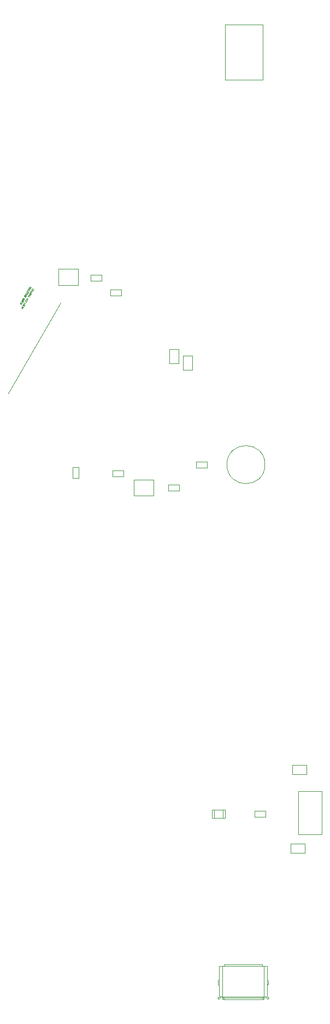
<source format=gbr>
%TF.GenerationSoftware,Altium Limited,Altium Designer,18.1.6 (161)*%
G04 Layer_Color=16711935*
%FSLAX26Y26*%
%MOIN*%
%TF.FileFunction,Other,Mechanical_13*%
%TF.Part,Single*%
G01*
G75*
%TA.AperFunction,NonConductor*%
%ADD34C,0.003937*%
%ADD58C,0.002000*%
D34*
X4790142Y5875000D02*
G03*
X4790142Y5875000I-116142J0D01*
G01*
X4509390Y2732467D02*
G03*
X4503484Y2724843I1968J-7624D01*
G01*
Y2705158D02*
G03*
X4509390Y2697534I7874J0D01*
G01*
X4810571Y2724843D02*
G03*
X4804666Y2732467I-7874J0D01*
G01*
X4792855Y2630170D02*
G03*
X4796982Y2621383I11417J0D01*
G01*
X4804666Y2697534D02*
G03*
X4810571Y2705158I-1968J7624D01*
G01*
X4517074Y2621383D02*
G03*
X4521201Y2630170I-7290J8787D01*
G01*
X4206457Y6578307D02*
X4263543D01*
X4206457Y6491693D02*
X4263543D01*
X4206457D02*
Y6578307D01*
X4263543Y6491693D02*
Y6578307D01*
X4290748Y6538307D02*
X4347835D01*
X4290748Y6451693D02*
X4347835D01*
X4290748D02*
Y6538307D01*
X4347835Y6451693D02*
Y6538307D01*
X4956693Y3986457D02*
Y4043543D01*
X5043307Y3986457D02*
Y4043543D01*
X4956693Y3986457D02*
X5043307D01*
X4956693Y4043543D02*
X5043307D01*
X3616299Y5791535D02*
X3653701D01*
X3616299Y5858465D02*
X3653701D01*
Y5791535D02*
Y5858465D01*
X3616299Y5791535D02*
Y5858465D01*
X3726535Y6996299D02*
Y7033701D01*
X3793465Y6996299D02*
Y7033701D01*
X3726535Y6996299D02*
X3793465D01*
X3726535Y7033701D02*
X3793465D01*
X3913465Y6906299D02*
Y6943701D01*
X3846535Y6906299D02*
Y6943701D01*
X3913465D01*
X3846535Y6906299D02*
X3913465D01*
X4548376Y8222953D02*
X4778298D01*
X4548376D02*
Y8557992D01*
X4778298Y8222953D02*
Y8557992D01*
X4548376D02*
X4778298D01*
X4499941Y2622515D02*
X4507483Y2613425D01*
X4783012Y2627569D02*
Y2630354D01*
X4499941Y2622515D02*
X4506001Y2627543D01*
X4538917Y2613425D02*
X4775138D01*
X4503484Y2705158D02*
Y2724843D01*
X4783012Y2618337D02*
Y2627569D01*
X4509390Y2630354D02*
Y2815394D01*
X4513542Y2618453D02*
X4517074Y2621383D01*
X4531043Y2627569D02*
Y2630354D01*
X4804666D02*
Y2815394D01*
X4509390Y2630354D02*
X4804666D01*
X4808054Y2627543D01*
X4810571Y2705158D02*
Y2724843D01*
X4531043Y2618337D02*
Y2627569D01*
X4800513Y2618453D02*
X4806573Y2613425D01*
X4538917Y2827205D02*
X4775138D01*
X4796982Y2621383D02*
X4800513Y2618453D01*
X4792855Y2630170D02*
Y2630354D01*
X4507483Y2613425D02*
X4513542Y2618453D01*
X4806573Y2613425D02*
X4814114Y2622515D01*
X4509390Y2815394D02*
X4804666D01*
X4775138Y2815394D02*
Y2827205D01*
X4521201Y2630170D02*
Y2630354D01*
X4538917Y2815394D02*
Y2827205D01*
X4538794Y2613426D02*
X4538917Y2613425D01*
X4538670Y2613428D02*
X4538794Y2613426D01*
X4538547Y2613431D02*
X4538670Y2613428D01*
X4538423Y2613435D02*
X4538547Y2613431D01*
X4538300Y2613441D02*
X4538423Y2613435D01*
X4538176Y2613447D02*
X4538300Y2613441D01*
X4538053Y2613455D02*
X4538176Y2613447D01*
X4537931Y2613464D02*
X4538053Y2613455D01*
X4537808Y2613474D02*
X4537931Y2613464D01*
X4537686Y2613486D02*
X4537808Y2613474D01*
X4537564Y2613499D02*
X4537686Y2613486D01*
X4537442Y2613512D02*
X4537564Y2613499D01*
X4537321Y2613527D02*
X4537442Y2613512D01*
X4537200Y2613544D02*
X4537321Y2613527D01*
X4537079Y2613561D02*
X4537200Y2613544D01*
X4536959Y2613580D02*
X4537079Y2613561D01*
X4536840Y2613599D02*
X4536959Y2613580D01*
X4536721Y2613620D02*
X4536840Y2613599D01*
X4536602Y2613642D02*
X4536721Y2613620D01*
X4536484Y2613666D02*
X4536602Y2613642D01*
X4536367Y2613690D02*
X4536484Y2613666D01*
X4536250Y2613716D02*
X4536367Y2613690D01*
X4536134Y2613742D02*
X4536250Y2613716D01*
X4536019Y2613770D02*
X4536134Y2613742D01*
X4535904Y2613799D02*
X4536019Y2613770D01*
X4535790Y2613829D02*
X4535904Y2613799D01*
X4535677Y2613860D02*
X4535790Y2613829D01*
X4535565Y2613893D02*
X4535677Y2613860D01*
X4535453Y2613926D02*
X4535565Y2613893D01*
X4535343Y2613961D02*
X4535453Y2613926D01*
X4535233Y2613996D02*
X4535343Y2613961D01*
X4535124Y2614033D02*
X4535233Y2613996D01*
X4535016Y2614071D02*
X4535124Y2614033D01*
X4534909Y2614109D02*
X4535016Y2614071D01*
X4534803Y2614149D02*
X4534909Y2614109D01*
X4534698Y2614190D02*
X4534803Y2614149D01*
X4534594Y2614232D02*
X4534698Y2614190D01*
X4534492Y2614275D02*
X4534594Y2614232D01*
X4534390Y2614318D02*
X4534492Y2614275D01*
X4534289Y2614363D02*
X4534390Y2614318D01*
X4534190Y2614409D02*
X4534289Y2614363D01*
X4534091Y2614456D02*
X4534190Y2614409D01*
X4533994Y2614504D02*
X4534091Y2614456D01*
X4533898Y2614552D02*
X4533994Y2614504D01*
X4533804Y2614602D02*
X4533898Y2614552D01*
X4533710Y2614653D02*
X4533804Y2614602D01*
X4533618Y2614704D02*
X4533710Y2614653D01*
X4533527Y2614756D02*
X4533618Y2614704D01*
X4533438Y2614810D02*
X4533527Y2614756D01*
X4533350Y2614864D02*
X4533438Y2614810D01*
X4533263Y2614919D02*
X4533350Y2614864D01*
X4533177Y2614975D02*
X4533263Y2614919D01*
X4533094Y2615031D02*
X4533177Y2614975D01*
X4533011Y2615089D02*
X4533094Y2615031D01*
X4532930Y2615147D02*
X4533011Y2615089D01*
X4532850Y2615206D02*
X4532930Y2615147D01*
X4532772Y2615266D02*
X4532850Y2615206D01*
X4532696Y2615327D02*
X4532772Y2615266D01*
X4532621Y2615388D02*
X4532696Y2615327D01*
X4532547Y2615450D02*
X4532621Y2615388D01*
X4532475Y2615513D02*
X4532547Y2615450D01*
X4532405Y2615576D02*
X4532475Y2615513D01*
X4532336Y2615640D02*
X4532405Y2615576D01*
X4532269Y2615705D02*
X4532336Y2615640D01*
X4532204Y2615771D02*
X4532269Y2615705D01*
X4532140Y2615837D02*
X4532204Y2615771D01*
X4532078Y2615903D02*
X4532140Y2615837D01*
X4532017Y2615971D02*
X4532078Y2615903D01*
X4531959Y2616039D02*
X4532017Y2615971D01*
X4531902Y2616107D02*
X4531959Y2616039D01*
X4531846Y2616176D02*
X4531902Y2616107D01*
X4531793Y2616246D02*
X4531846Y2616176D01*
X4531741Y2616316D02*
X4531793Y2616246D01*
X4531691Y2616386D02*
X4531741Y2616316D01*
X4531643Y2616457D02*
X4531691Y2616386D01*
X4531596Y2616529D02*
X4531643Y2616457D01*
X4531552Y2616601D02*
X4531596Y2616529D01*
X4531509Y2616673D02*
X4531552Y2616601D01*
X4531468Y2616746D02*
X4531509Y2616673D01*
X4531429Y2616819D02*
X4531468Y2616746D01*
X4531391Y2616893D02*
X4531429Y2616819D01*
X4531356Y2616966D02*
X4531391Y2616893D01*
X4531323Y2617041D02*
X4531356Y2616966D01*
X4531291Y2617115D02*
X4531323Y2617041D01*
X4531261Y2617190D02*
X4531291Y2617115D01*
X4531233Y2617265D02*
X4531261Y2617190D01*
X4531207Y2617341D02*
X4531233Y2617265D01*
X4531183Y2617416D02*
X4531207Y2617341D01*
X4531161Y2617492D02*
X4531183Y2617416D01*
X4531140Y2617568D02*
X4531161Y2617492D01*
X4531122Y2617645D02*
X4531140Y2617568D01*
X4531105Y2617721D02*
X4531122Y2617645D01*
X4531091Y2617798D02*
X4531105Y2617721D01*
X4531078Y2617874D02*
X4531091Y2617798D01*
X4531068Y2617951D02*
X4531078Y2617874D01*
X4531059Y2618028D02*
X4531068Y2617951D01*
X4531052Y2618105D02*
X4531059Y2618028D01*
X4531047Y2618182D02*
X4531052Y2618105D01*
X4531044Y2618260D02*
X4531047Y2618182D01*
X4531043Y2618337D02*
X4531044Y2618260D01*
X4506001Y2627543D02*
X4509390Y2630354D01*
X4538794Y2622658D02*
X4538917Y2622657D01*
X4538670Y2622660D02*
X4538794Y2622658D01*
X4538547Y2622663D02*
X4538670Y2622660D01*
X4538423Y2622667D02*
X4538547Y2622663D01*
X4538300Y2622672D02*
X4538423Y2622667D01*
X4538176Y2622679D02*
X4538300Y2622672D01*
X4538053Y2622687D02*
X4538176Y2622679D01*
X4537931Y2622696D02*
X4538053Y2622687D01*
X4537808Y2622706D02*
X4537931Y2622696D01*
X4537686Y2622718D02*
X4537808Y2622706D01*
X4537564Y2622730D02*
X4537686Y2622718D01*
X4537442Y2622744D02*
X4537564Y2622730D01*
X4537321Y2622759D02*
X4537442Y2622744D01*
X4537200Y2622776D02*
X4537321Y2622759D01*
X4537079Y2622793D02*
X4537200Y2622776D01*
X4536959Y2622811D02*
X4537079Y2622793D01*
X4536840Y2622831D02*
X4536959Y2622811D01*
X4536721Y2622852D02*
X4536840Y2622831D01*
X4536602Y2622874D02*
X4536721Y2622852D01*
X4536484Y2622898D02*
X4536602Y2622874D01*
X4536367Y2622922D02*
X4536484Y2622898D01*
X4536250Y2622948D02*
X4536367Y2622922D01*
X4536134Y2622974D02*
X4536250Y2622948D01*
X4536019Y2623002D02*
X4536134Y2622974D01*
X4535904Y2623031D02*
X4536019Y2623002D01*
X4535790Y2623061D02*
X4535904Y2623031D01*
X4535677Y2623092D02*
X4535790Y2623061D01*
X4535565Y2623125D02*
X4535677Y2623092D01*
X4535453Y2623158D02*
X4535565Y2623125D01*
X4535343Y2623193D02*
X4535453Y2623158D01*
X4535233Y2623228D02*
X4535343Y2623193D01*
X4535124Y2623265D02*
X4535233Y2623228D01*
X4535016Y2623302D02*
X4535124Y2623265D01*
X4534909Y2623341D02*
X4535016Y2623302D01*
X4534803Y2623381D02*
X4534909Y2623341D01*
X4534698Y2623422D02*
X4534803Y2623381D01*
X4534594Y2623464D02*
X4534698Y2623422D01*
X4534492Y2623506D02*
X4534594Y2623464D01*
X4534390Y2623550D02*
X4534492Y2623506D01*
X4534289Y2623595D02*
X4534390Y2623550D01*
X4534190Y2623641D02*
X4534289Y2623595D01*
X4534091Y2623688D02*
X4534190Y2623641D01*
X4533994Y2623736D02*
X4534091Y2623688D01*
X4533898Y2623784D02*
X4533994Y2623736D01*
X4533804Y2623834D02*
X4533898Y2623784D01*
X4533710Y2623885D02*
X4533804Y2623834D01*
X4533618Y2623936D02*
X4533710Y2623885D01*
X4533527Y2623988D02*
X4533618Y2623936D01*
X4533438Y2624042D02*
X4533527Y2623988D01*
X4533350Y2624096D02*
X4533438Y2624042D01*
X4533263Y2624151D02*
X4533350Y2624096D01*
X4533177Y2624206D02*
X4533263Y2624151D01*
X4533094Y2624263D02*
X4533177Y2624206D01*
X4533011Y2624321D02*
X4533094Y2624263D01*
X4532930Y2624379D02*
X4533011Y2624321D01*
X4532850Y2624438D02*
X4532930Y2624379D01*
X4532772Y2624498D02*
X4532850Y2624438D01*
X4532696Y2624558D02*
X4532772Y2624498D01*
X4532621Y2624620D02*
X4532696Y2624558D01*
X4532547Y2624682D02*
X4532621Y2624620D01*
X4532475Y2624744D02*
X4532547Y2624682D01*
X4532405Y2624808D02*
X4532475Y2624744D01*
X4532336Y2624872D02*
X4532405Y2624808D01*
X4532269Y2624937D02*
X4532336Y2624872D01*
X4532204Y2625002D02*
X4532269Y2624937D01*
X4532140Y2625068D02*
X4532204Y2625002D01*
X4532078Y2625135D02*
X4532140Y2625068D01*
X4532017Y2625202D02*
X4532078Y2625135D01*
X4531959Y2625270D02*
X4532017Y2625202D01*
X4531902Y2625339D02*
X4531959Y2625270D01*
X4531846Y2625408D02*
X4531902Y2625339D01*
X4531793Y2625477D02*
X4531846Y2625408D01*
X4531741Y2625548D02*
X4531793Y2625477D01*
X4531691Y2625618D02*
X4531741Y2625548D01*
X4531643Y2625689D02*
X4531691Y2625618D01*
X4531596Y2625761D02*
X4531643Y2625689D01*
X4531552Y2625832D02*
X4531596Y2625761D01*
X4531509Y2625905D02*
X4531552Y2625832D01*
X4531468Y2625978D02*
X4531509Y2625905D01*
X4531429Y2626051D02*
X4531468Y2625978D01*
X4531391Y2626124D02*
X4531429Y2626051D01*
X4531356Y2626198D02*
X4531391Y2626124D01*
X4531323Y2626273D02*
X4531356Y2626198D01*
X4531291Y2626347D02*
X4531323Y2626273D01*
X4531261Y2626422D02*
X4531291Y2626347D01*
X4531233Y2626497D02*
X4531261Y2626422D01*
X4531207Y2626573D02*
X4531233Y2626497D01*
X4531183Y2626648D02*
X4531207Y2626573D01*
X4531161Y2626724D02*
X4531183Y2626648D01*
X4531140Y2626800D02*
X4531161Y2626724D01*
X4531122Y2626876D02*
X4531140Y2626800D01*
X4531105Y2626953D02*
X4531122Y2626876D01*
X4531091Y2627030D02*
X4531105Y2626953D01*
X4531078Y2627106D02*
X4531091Y2627030D01*
X4531068Y2627183D02*
X4531078Y2627106D01*
X4531059Y2627260D02*
X4531068Y2627183D01*
X4531052Y2627337D02*
X4531059Y2627260D01*
X4531047Y2627414D02*
X4531052Y2627337D01*
X4531044Y2627491D02*
X4531047Y2627414D01*
X4531043Y2627569D02*
X4531044Y2627491D01*
X4783011D02*
X4783012Y2627569D01*
X4783008Y2627414D02*
X4783011Y2627491D01*
X4783003Y2627337D02*
X4783008Y2627414D01*
X4782996Y2627260D02*
X4783003Y2627337D01*
X4782988Y2627183D02*
X4782996Y2627260D01*
X4782977Y2627106D02*
X4782988Y2627183D01*
X4782964Y2627030D02*
X4782977Y2627106D01*
X4782950Y2626953D02*
X4782964Y2627030D01*
X4782933Y2626876D02*
X4782950Y2626953D01*
X4782915Y2626800D02*
X4782933Y2626876D01*
X4782895Y2626724D02*
X4782915Y2626800D01*
X4782873Y2626648D02*
X4782895Y2626724D01*
X4782848Y2626573D02*
X4782873Y2626648D01*
X4782822Y2626497D02*
X4782848Y2626573D01*
X4782794Y2626422D02*
X4782822Y2626497D01*
X4782765Y2626347D02*
X4782794Y2626422D01*
X4782733Y2626273D02*
X4782765Y2626347D01*
X4782699Y2626198D02*
X4782733Y2626273D01*
X4782664Y2626124D02*
X4782699Y2626198D01*
X4782627Y2626051D02*
X4782664Y2626124D01*
X4782587Y2625978D02*
X4782627Y2626051D01*
X4782546Y2625905D02*
X4782587Y2625978D01*
X4782504Y2625832D02*
X4782546Y2625905D01*
X4782459Y2625761D02*
X4782504Y2625832D01*
X4782413Y2625689D02*
X4782459Y2625761D01*
X4782364Y2625618D02*
X4782413Y2625689D01*
X4782314Y2625548D02*
X4782364Y2625618D01*
X4782263Y2625477D02*
X4782314Y2625548D01*
X4782209Y2625408D02*
X4782263Y2625477D01*
X4782154Y2625339D02*
X4782209Y2625408D01*
X4782097Y2625270D02*
X4782154Y2625339D01*
X4782038Y2625202D02*
X4782097Y2625270D01*
X4781977Y2625135D02*
X4782038Y2625202D01*
X4781915Y2625068D02*
X4781977Y2625135D01*
X4781852Y2625002D02*
X4781915Y2625068D01*
X4781786Y2624937D02*
X4781852Y2625002D01*
X4781719Y2624872D02*
X4781786Y2624937D01*
X4781650Y2624808D02*
X4781719Y2624872D01*
X4781580Y2624744D02*
X4781650Y2624808D01*
X4781508Y2624682D02*
X4781580Y2624744D01*
X4781435Y2624620D02*
X4781508Y2624682D01*
X4781360Y2624558D02*
X4781435Y2624620D01*
X4781283Y2624498D02*
X4781360Y2624558D01*
X4781205Y2624438D02*
X4781283Y2624498D01*
X4781125Y2624379D02*
X4781205Y2624438D01*
X4781044Y2624321D02*
X4781125Y2624379D01*
X4780962Y2624263D02*
X4781044Y2624321D01*
X4780878Y2624206D02*
X4780962Y2624263D01*
X4780792Y2624151D02*
X4780878Y2624206D01*
X4780706Y2624096D02*
X4780792Y2624151D01*
X4780618Y2624042D02*
X4780706Y2624096D01*
X4780528Y2623988D02*
X4780618Y2624042D01*
X4780437Y2623936D02*
X4780528Y2623988D01*
X4780345Y2623885D02*
X4780437Y2623936D01*
X4780252Y2623834D02*
X4780345Y2623885D01*
X4780157Y2623784D02*
X4780252Y2623834D01*
X4780061Y2623736D02*
X4780157Y2623784D01*
X4779964Y2623688D02*
X4780061Y2623736D01*
X4779866Y2623641D02*
X4779964Y2623688D01*
X4779766Y2623595D02*
X4779866Y2623641D01*
X4779666Y2623550D02*
X4779766Y2623595D01*
X4779564Y2623506D02*
X4779666Y2623550D01*
X4779461Y2623464D02*
X4779564Y2623506D01*
X4779357Y2623422D02*
X4779461Y2623464D01*
X4779252Y2623381D02*
X4779357Y2623422D01*
X4779146Y2623341D02*
X4779252Y2623381D01*
X4779039Y2623302D02*
X4779146Y2623341D01*
X4778931Y2623265D02*
X4779039Y2623302D01*
X4778822Y2623228D02*
X4778931Y2623265D01*
X4778713Y2623193D02*
X4778822Y2623228D01*
X4778602Y2623158D02*
X4778713Y2623193D01*
X4778490Y2623125D02*
X4778602Y2623158D01*
X4778378Y2623092D02*
X4778490Y2623125D01*
X4778265Y2623061D02*
X4778378Y2623092D01*
X4778151Y2623031D02*
X4778265Y2623061D01*
X4778037Y2623002D02*
X4778151Y2623031D01*
X4777921Y2622974D02*
X4778037Y2623002D01*
X4777805Y2622948D02*
X4777921Y2622974D01*
X4777689Y2622922D02*
X4777805Y2622948D01*
X4777571Y2622898D02*
X4777689Y2622922D01*
X4777453Y2622874D02*
X4777571Y2622898D01*
X4777335Y2622852D02*
X4777453Y2622874D01*
X4777216Y2622831D02*
X4777335Y2622852D01*
X4777096Y2622811D02*
X4777216Y2622831D01*
X4776976Y2622793D02*
X4777096Y2622811D01*
X4776856Y2622776D02*
X4776976Y2622793D01*
X4776735Y2622759D02*
X4776856Y2622776D01*
X4776613Y2622744D02*
X4776735Y2622759D01*
X4776492Y2622730D02*
X4776613Y2622744D01*
X4776370Y2622718D02*
X4776492Y2622730D01*
X4776247Y2622706D02*
X4776370Y2622718D01*
X4776125Y2622696D02*
X4776247Y2622706D01*
X4776002Y2622687D02*
X4776125Y2622696D01*
X4775879Y2622679D02*
X4776002Y2622687D01*
X4775756Y2622672D02*
X4775879Y2622679D01*
X4775632Y2622667D02*
X4775756Y2622672D01*
X4775509Y2622663D02*
X4775632Y2622667D01*
X4775385Y2622660D02*
X4775509Y2622663D01*
X4775262Y2622658D02*
X4775385Y2622660D01*
X4775138Y2622657D02*
X4775262Y2622658D01*
X4783011Y2618260D02*
X4783012Y2618337D01*
X4783008Y2618182D02*
X4783011Y2618260D01*
X4783003Y2618105D02*
X4783008Y2618182D01*
X4782996Y2618028D02*
X4783003Y2618105D01*
X4782988Y2617951D02*
X4782996Y2618028D01*
X4782977Y2617874D02*
X4782988Y2617951D01*
X4782964Y2617798D02*
X4782977Y2617874D01*
X4782950Y2617721D02*
X4782964Y2617798D01*
X4782933Y2617645D02*
X4782950Y2617721D01*
X4782915Y2617568D02*
X4782933Y2617645D01*
X4782895Y2617492D02*
X4782915Y2617568D01*
X4782873Y2617416D02*
X4782895Y2617492D01*
X4782848Y2617341D02*
X4782873Y2617416D01*
X4782822Y2617265D02*
X4782848Y2617341D01*
X4782794Y2617190D02*
X4782822Y2617265D01*
X4782765Y2617115D02*
X4782794Y2617190D01*
X4782733Y2617041D02*
X4782765Y2617115D01*
X4782699Y2616966D02*
X4782733Y2617041D01*
X4782664Y2616893D02*
X4782699Y2616966D01*
X4782627Y2616819D02*
X4782664Y2616893D01*
X4782587Y2616746D02*
X4782627Y2616819D01*
X4782546Y2616673D02*
X4782587Y2616746D01*
X4782504Y2616601D02*
X4782546Y2616673D01*
X4782459Y2616529D02*
X4782504Y2616601D01*
X4782413Y2616457D02*
X4782459Y2616529D01*
X4782364Y2616386D02*
X4782413Y2616457D01*
X4782314Y2616316D02*
X4782364Y2616386D01*
X4782263Y2616246D02*
X4782314Y2616316D01*
X4782209Y2616176D02*
X4782263Y2616246D01*
X4782154Y2616107D02*
X4782209Y2616176D01*
X4782097Y2616039D02*
X4782154Y2616107D01*
X4782038Y2615971D02*
X4782097Y2616039D01*
X4781977Y2615903D02*
X4782038Y2615971D01*
X4781915Y2615837D02*
X4781977Y2615903D01*
X4781852Y2615771D02*
X4781915Y2615837D01*
X4781786Y2615705D02*
X4781852Y2615771D01*
X4781719Y2615640D02*
X4781786Y2615705D01*
X4781650Y2615576D02*
X4781719Y2615640D01*
X4781580Y2615513D02*
X4781650Y2615576D01*
X4781508Y2615450D02*
X4781580Y2615513D01*
X4781435Y2615388D02*
X4781508Y2615450D01*
X4781360Y2615327D02*
X4781435Y2615388D01*
X4781283Y2615266D02*
X4781360Y2615327D01*
X4781205Y2615206D02*
X4781283Y2615266D01*
X4781125Y2615147D02*
X4781205Y2615206D01*
X4781044Y2615089D02*
X4781125Y2615147D01*
X4780962Y2615031D02*
X4781044Y2615089D01*
X4780878Y2614975D02*
X4780962Y2615031D01*
X4780792Y2614919D02*
X4780878Y2614975D01*
X4780706Y2614864D02*
X4780792Y2614919D01*
X4780618Y2614810D02*
X4780706Y2614864D01*
X4780528Y2614756D02*
X4780618Y2614810D01*
X4780437Y2614704D02*
X4780528Y2614756D01*
X4780345Y2614653D02*
X4780437Y2614704D01*
X4780252Y2614602D02*
X4780345Y2614653D01*
X4780157Y2614552D02*
X4780252Y2614602D01*
X4780061Y2614504D02*
X4780157Y2614552D01*
X4779964Y2614456D02*
X4780061Y2614504D01*
X4779866Y2614409D02*
X4779964Y2614456D01*
X4779766Y2614363D02*
X4779866Y2614409D01*
X4779666Y2614318D02*
X4779766Y2614363D01*
X4779564Y2614275D02*
X4779666Y2614318D01*
X4779461Y2614232D02*
X4779564Y2614275D01*
X4779357Y2614190D02*
X4779461Y2614232D01*
X4779252Y2614149D02*
X4779357Y2614190D01*
X4779146Y2614109D02*
X4779252Y2614149D01*
X4779039Y2614071D02*
X4779146Y2614109D01*
X4778931Y2614033D02*
X4779039Y2614071D01*
X4778822Y2613996D02*
X4778931Y2614033D01*
X4778713Y2613961D02*
X4778822Y2613996D01*
X4778602Y2613926D02*
X4778713Y2613961D01*
X4778490Y2613893D02*
X4778602Y2613926D01*
X4778378Y2613860D02*
X4778490Y2613893D01*
X4778265Y2613829D02*
X4778378Y2613860D01*
X4778151Y2613799D02*
X4778265Y2613829D01*
X4778037Y2613770D02*
X4778151Y2613799D01*
X4777921Y2613742D02*
X4778037Y2613770D01*
X4777805Y2613716D02*
X4777921Y2613742D01*
X4777689Y2613690D02*
X4777805Y2613716D01*
X4777571Y2613666D02*
X4777689Y2613690D01*
X4777453Y2613642D02*
X4777571Y2613666D01*
X4777335Y2613620D02*
X4777453Y2613642D01*
X4777216Y2613599D02*
X4777335Y2613620D01*
X4777096Y2613580D02*
X4777216Y2613599D01*
X4776976Y2613561D02*
X4777096Y2613580D01*
X4776856Y2613544D02*
X4776976Y2613561D01*
X4776735Y2613527D02*
X4776856Y2613544D01*
X4776613Y2613512D02*
X4776735Y2613527D01*
X4776492Y2613499D02*
X4776613Y2613512D01*
X4776370Y2613486D02*
X4776492Y2613499D01*
X4776247Y2613474D02*
X4776370Y2613486D01*
X4776125Y2613464D02*
X4776247Y2613474D01*
X4776002Y2613455D02*
X4776125Y2613464D01*
X4775879Y2613447D02*
X4776002Y2613455D01*
X4775756Y2613441D02*
X4775879Y2613447D01*
X4775632Y2613435D02*
X4775756Y2613441D01*
X4775509Y2613431D02*
X4775632Y2613435D01*
X4775385Y2613428D02*
X4775509Y2613431D01*
X4775262Y2613426D02*
X4775385Y2613428D01*
X4775138Y2613425D02*
X4775262Y2613426D01*
X4538917Y2622657D02*
X4775138D01*
X4808054Y2627543D02*
X4814114Y2622515D01*
X4538917Y2613425D02*
Y2622657D01*
X4800513Y2618453D02*
X4808054Y2627543D01*
X4775138Y2613425D02*
Y2622657D01*
X4506001Y2627543D02*
X4513542Y2618453D01*
X4531043Y2630354D02*
Y2815394D01*
X4783012Y2630354D02*
Y2815394D01*
X4728229Y3763701D02*
X4795158D01*
X4728229Y3726299D02*
X4795158D01*
Y3763701D01*
X4728229Y3726299D02*
Y3763701D01*
X4946693Y3506457D02*
Y3563543D01*
X5033307Y3506457D02*
Y3563543D01*
X4946693Y3506457D02*
X5033307D01*
X4946693Y3563543D02*
X5033307D01*
X5137835Y3618110D02*
Y3881890D01*
X4992165Y3618110D02*
Y3881890D01*
X5137835D01*
X4992165Y3618110D02*
X5137835D01*
X4467323Y3769608D02*
X4546063D01*
X4467323Y3720395D02*
X4546063D01*
Y3769608D01*
X4467323Y3720395D02*
Y3769608D01*
X4534252Y3720394D02*
Y3769606D01*
X4479134Y3720394D02*
Y3769606D01*
X4268465Y5716299D02*
Y5753701D01*
X4201535Y5716299D02*
Y5753701D01*
X4268465D01*
X4201535Y5716299D02*
X4268465D01*
X4109055Y5685787D02*
Y5784213D01*
X3990945Y5685787D02*
Y5784213D01*
Y5685787D02*
X4109055D01*
X3990945Y5784213D02*
X4109055D01*
X4438465Y5856299D02*
Y5893701D01*
X4371535Y5856299D02*
Y5893701D01*
X4438465D01*
X4371535Y5856299D02*
X4438465D01*
X3861535Y5801299D02*
Y5838701D01*
X3928465Y5801299D02*
Y5838701D01*
X3861535Y5801299D02*
X3928465D01*
X3861535Y5838701D02*
X3928465D01*
X3530945Y6970787D02*
Y7069213D01*
X3649055Y6970787D02*
Y7069213D01*
X3530945D02*
X3649055D01*
X3530945Y6970787D02*
X3649055D01*
D58*
X3222477Y6308196D02*
X3542477Y6862453D01*
X3368773Y6943499D02*
X3368163Y6945775D01*
X3369829Y6948660D01*
X3372105Y6949270D01*
X3377876Y6945938D01*
X3378486Y6943662D01*
X3376820Y6940776D01*
X3374544Y6940166D01*
X3365663Y6941446D02*
X3372878Y6937280D01*
X3373488Y6935005D01*
X3371822Y6932119D01*
X3369546Y6931509D01*
X3362331Y6935674D01*
X3360665Y6932788D02*
X3357333Y6927017D01*
X3358999Y6929903D01*
X3367656Y6924904D01*
X3353167Y6919802D02*
X3354834Y6922688D01*
X3357110Y6923298D01*
X3362881Y6919966D01*
X3363491Y6917690D01*
X3361825Y6914804D01*
X3359549Y6914194D01*
X3353777Y6917526D01*
X3353167Y6919802D01*
X3350668Y6915473D02*
X3357883Y6911308D01*
X3358493Y6909032D01*
X3356827Y6906146D01*
X3354551Y6905536D01*
X3347336Y6909702D01*
X3345670Y6906816D02*
X3342338Y6901044D01*
X3344004Y6903930D01*
X3352661Y6898932D01*
X3344331Y6884502D02*
X3335673Y6889501D01*
X3333174Y6885172D01*
X3333784Y6882896D01*
X3336669Y6881230D01*
X3338945Y6881840D01*
X3341445Y6886169D01*
X3328175Y6876515D02*
X3329842Y6879401D01*
X3332118Y6880010D01*
X3337889Y6876678D01*
X3338499Y6874402D01*
X3336833Y6871516D01*
X3334557Y6870907D01*
X3328785Y6874239D01*
X3328175Y6876515D01*
X3325676Y6872186D02*
X3334334Y6867188D01*
X3331001Y6861416D01*
X3320678Y6863529D02*
X3322121Y6862695D01*
X3323340Y6858143D01*
X3318789Y6856924D01*
X3317346Y6857757D01*
X3323340Y6858143D02*
X3327669Y6855644D01*
X3313790Y6848266D02*
X3313180Y6850542D01*
X3314846Y6853428D01*
X3317122Y6854038D01*
X3322894Y6850706D01*
X3323504Y6848430D01*
X3321838Y6845544D01*
X3319562Y6844934D01*
X3316676Y6846600D01*
X3318342Y6849486D01*
X3308182Y6841885D02*
X3309848Y6844771D01*
X3312124Y6845380D01*
X3317896Y6842048D01*
X3318505Y6839772D01*
X3316839Y6836886D01*
X3314563Y6836276D01*
X3308792Y6839609D01*
X3308182Y6841885D01*
X3314340Y6832558D02*
X3305683Y6837556D01*
X3311008Y6826786D01*
X3302350Y6831784D01*
X3361999Y6955105D02*
X3356227Y6958437D01*
X3351675Y6957217D01*
X3352895Y6952665D01*
X3358666Y6949333D01*
X3354338Y6951832D01*
X3357670Y6957604D01*
X3357000Y6946447D02*
X3348343Y6951446D01*
X3353668Y6940676D01*
X3345011Y6945674D01*
X3343344Y6942788D02*
X3340012Y6937017D01*
X3341678Y6939902D01*
X3350336Y6934904D01*
X3335014Y6928359D02*
X3338346Y6934131D01*
X3347003Y6929132D01*
X3343671Y6923361D01*
X3342675Y6931632D02*
X3341009Y6928746D01*
X3342005Y6920475D02*
X3333348Y6925473D01*
X3338673Y6914703D01*
X3330015Y6919702D01*
X3337007Y6911817D02*
X3328349Y6916816D01*
X3333674Y6906046D01*
X3325017Y6911044D01*
X3332008Y6903160D02*
X3326237Y6906492D01*
X3321685Y6905272D01*
X3322904Y6900721D01*
X3328676Y6897388D01*
X3324347Y6899887D01*
X3327680Y6905659D01*
X3322012Y6885845D02*
X3316240Y6889177D01*
X3311688Y6887958D01*
X3312908Y6883406D01*
X3318679Y6880073D01*
X3314351Y6882573D01*
X3317683Y6888344D01*
X3317013Y6877188D02*
X3308356Y6882186D01*
X3305856Y6877857D01*
X3306466Y6875581D01*
X3309352Y6873915D01*
X3311628Y6874525D01*
X3314127Y6878854D01*
X3312461Y6875968D02*
X3313681Y6871416D01*
X3300025Y6867757D02*
X3303357Y6873528D01*
X3312015Y6868530D01*
X3308682Y6862758D01*
X3307686Y6871029D02*
X3306020Y6868143D01*
X3307016Y6859873D02*
X3301245Y6863205D01*
X3296693Y6861985D01*
X3297912Y6857433D01*
X3303684Y6854101D01*
X3299355Y6856600D01*
X3302688Y6862372D01*
%TF.MD5,364f3a284d2cbe36127f6b2f3c215d25*%
M02*

</source>
